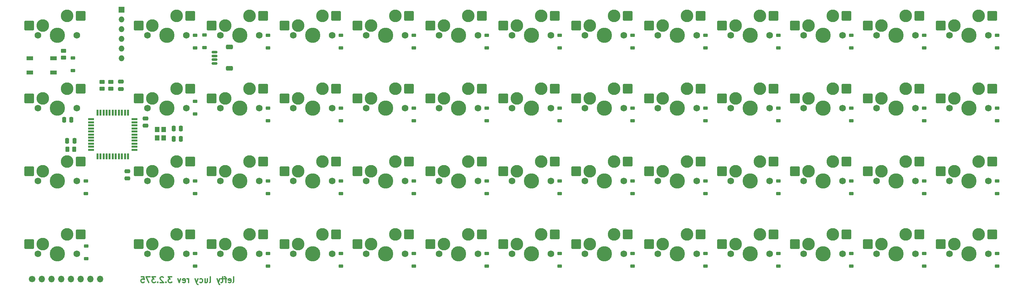
<source format=gbr>
%TF.GenerationSoftware,KiCad,Pcbnew,7.0.1-0*%
%TF.CreationDate,2023-08-02T22:09:24-05:00*%
%TF.ProjectId,pcb,7063622e-6b69-4636-9164-5f7063625858,rev?*%
%TF.SameCoordinates,Original*%
%TF.FileFunction,Soldermask,Bot*%
%TF.FilePolarity,Negative*%
%FSLAX46Y46*%
G04 Gerber Fmt 4.6, Leading zero omitted, Abs format (unit mm)*
G04 Created by KiCad (PCBNEW 7.0.1-0) date 2023-08-02 22:09:24*
%MOMM*%
%LPD*%
G01*
G04 APERTURE LIST*
G04 Aperture macros list*
%AMRoundRect*
0 Rectangle with rounded corners*
0 $1 Rounding radius*
0 $2 $3 $4 $5 $6 $7 $8 $9 X,Y pos of 4 corners*
0 Add a 4 corners polygon primitive as box body*
4,1,4,$2,$3,$4,$5,$6,$7,$8,$9,$2,$3,0*
0 Add four circle primitives for the rounded corners*
1,1,$1+$1,$2,$3*
1,1,$1+$1,$4,$5*
1,1,$1+$1,$6,$7*
1,1,$1+$1,$8,$9*
0 Add four rect primitives between the rounded corners*
20,1,$1+$1,$2,$3,$4,$5,0*
20,1,$1+$1,$4,$5,$6,$7,0*
20,1,$1+$1,$6,$7,$8,$9,0*
20,1,$1+$1,$8,$9,$2,$3,0*%
G04 Aperture macros list end*
%ADD10C,0.300000*%
%ADD11RoundRect,0.225000X0.375000X-0.225000X0.375000X0.225000X-0.375000X0.225000X-0.375000X-0.225000X0*%
%ADD12RoundRect,0.250000X-0.475000X0.250000X-0.475000X-0.250000X0.475000X-0.250000X0.475000X0.250000X0*%
%ADD13RoundRect,0.250000X-0.450000X0.262500X-0.450000X-0.262500X0.450000X-0.262500X0.450000X0.262500X0*%
%ADD14C,1.750000*%
%ADD15C,3.987800*%
%ADD16C,3.300000*%
%ADD17RoundRect,0.250000X1.025000X1.000000X-1.025000X1.000000X-1.025000X-1.000000X1.025000X-1.000000X0*%
%ADD18RoundRect,0.250000X-0.250000X-0.475000X0.250000X-0.475000X0.250000X0.475000X-0.250000X0.475000X0*%
%ADD19RoundRect,0.250000X0.450000X-0.262500X0.450000X0.262500X-0.450000X0.262500X-0.450000X-0.262500X0*%
%ADD20RoundRect,0.250000X0.250000X0.475000X-0.250000X0.475000X-0.250000X-0.475000X0.250000X-0.475000X0*%
%ADD21R,1.200000X1.400000*%
%ADD22RoundRect,0.250000X0.475000X-0.250000X0.475000X0.250000X-0.475000X0.250000X-0.475000X-0.250000X0*%
%ADD23RoundRect,0.150000X-0.625000X0.150000X-0.625000X-0.150000X0.625000X-0.150000X0.625000X0.150000X0*%
%ADD24RoundRect,0.250000X-0.650000X0.350000X-0.650000X-0.350000X0.650000X-0.350000X0.650000X0.350000X0*%
%ADD25RoundRect,0.250000X-0.262500X-0.450000X0.262500X-0.450000X0.262500X0.450000X-0.262500X0.450000X0*%
%ADD26O,1.700000X1.700000*%
%ADD27C,1.700000*%
%ADD28R,0.550000X1.500000*%
%ADD29R,1.500000X0.550000*%
%ADD30O,1.524000X1.524000*%
%ADD31R,1.524000X1.524000*%
%ADD32R,1.800000X1.100000*%
G04 APERTURE END LIST*
D10*
X77982140Y-94468928D02*
X78124997Y-94397500D01*
X78124997Y-94397500D02*
X78196426Y-94254642D01*
X78196426Y-94254642D02*
X78196426Y-92968928D01*
X76839283Y-94397500D02*
X76982140Y-94468928D01*
X76982140Y-94468928D02*
X77267855Y-94468928D01*
X77267855Y-94468928D02*
X77410712Y-94397500D01*
X77410712Y-94397500D02*
X77482140Y-94254642D01*
X77482140Y-94254642D02*
X77482140Y-93683214D01*
X77482140Y-93683214D02*
X77410712Y-93540357D01*
X77410712Y-93540357D02*
X77267855Y-93468928D01*
X77267855Y-93468928D02*
X76982140Y-93468928D01*
X76982140Y-93468928D02*
X76839283Y-93540357D01*
X76839283Y-93540357D02*
X76767855Y-93683214D01*
X76767855Y-93683214D02*
X76767855Y-93826071D01*
X76767855Y-93826071D02*
X77482140Y-93968928D01*
X76339283Y-93468928D02*
X75767855Y-93468928D01*
X76124998Y-94468928D02*
X76124998Y-93183214D01*
X76124998Y-93183214D02*
X76053569Y-93040357D01*
X76053569Y-93040357D02*
X75910712Y-92968928D01*
X75910712Y-92968928D02*
X75767855Y-92968928D01*
X75482140Y-93468928D02*
X74910712Y-93468928D01*
X75267855Y-92968928D02*
X75267855Y-94254642D01*
X75267855Y-94254642D02*
X75196426Y-94397500D01*
X75196426Y-94397500D02*
X75053569Y-94468928D01*
X75053569Y-94468928D02*
X74910712Y-94468928D01*
X74553569Y-93468928D02*
X74196426Y-94468928D01*
X73839283Y-93468928D02*
X74196426Y-94468928D01*
X74196426Y-94468928D02*
X74339283Y-94826071D01*
X74339283Y-94826071D02*
X74410712Y-94897500D01*
X74410712Y-94897500D02*
X74553569Y-94968928D01*
X71910712Y-94468928D02*
X72053569Y-94397500D01*
X72053569Y-94397500D02*
X72124998Y-94254642D01*
X72124998Y-94254642D02*
X72124998Y-92968928D01*
X70696427Y-93468928D02*
X70696427Y-94468928D01*
X71339284Y-93468928D02*
X71339284Y-94254642D01*
X71339284Y-94254642D02*
X71267855Y-94397500D01*
X71267855Y-94397500D02*
X71124998Y-94468928D01*
X71124998Y-94468928D02*
X70910712Y-94468928D01*
X70910712Y-94468928D02*
X70767855Y-94397500D01*
X70767855Y-94397500D02*
X70696427Y-94326071D01*
X69339284Y-94397500D02*
X69482141Y-94468928D01*
X69482141Y-94468928D02*
X69767855Y-94468928D01*
X69767855Y-94468928D02*
X69910712Y-94397500D01*
X69910712Y-94397500D02*
X69982141Y-94326071D01*
X69982141Y-94326071D02*
X70053569Y-94183214D01*
X70053569Y-94183214D02*
X70053569Y-93754642D01*
X70053569Y-93754642D02*
X69982141Y-93611785D01*
X69982141Y-93611785D02*
X69910712Y-93540357D01*
X69910712Y-93540357D02*
X69767855Y-93468928D01*
X69767855Y-93468928D02*
X69482141Y-93468928D01*
X69482141Y-93468928D02*
X69339284Y-93540357D01*
X68839284Y-93468928D02*
X68482141Y-94468928D01*
X68124998Y-93468928D02*
X68482141Y-94468928D01*
X68482141Y-94468928D02*
X68624998Y-94826071D01*
X68624998Y-94826071D02*
X68696427Y-94897500D01*
X68696427Y-94897500D02*
X68839284Y-94968928D01*
X66410713Y-94468928D02*
X66410713Y-93468928D01*
X66410713Y-93754642D02*
X66339284Y-93611785D01*
X66339284Y-93611785D02*
X66267856Y-93540357D01*
X66267856Y-93540357D02*
X66124998Y-93468928D01*
X66124998Y-93468928D02*
X65982141Y-93468928D01*
X64910713Y-94397500D02*
X65053570Y-94468928D01*
X65053570Y-94468928D02*
X65339285Y-94468928D01*
X65339285Y-94468928D02*
X65482142Y-94397500D01*
X65482142Y-94397500D02*
X65553570Y-94254642D01*
X65553570Y-94254642D02*
X65553570Y-93683214D01*
X65553570Y-93683214D02*
X65482142Y-93540357D01*
X65482142Y-93540357D02*
X65339285Y-93468928D01*
X65339285Y-93468928D02*
X65053570Y-93468928D01*
X65053570Y-93468928D02*
X64910713Y-93540357D01*
X64910713Y-93540357D02*
X64839285Y-93683214D01*
X64839285Y-93683214D02*
X64839285Y-93826071D01*
X64839285Y-93826071D02*
X65553570Y-93968928D01*
X64339285Y-93468928D02*
X63982142Y-94468928D01*
X63982142Y-94468928D02*
X63624999Y-93468928D01*
X62053571Y-92968928D02*
X61124999Y-92968928D01*
X61124999Y-92968928D02*
X61624999Y-93540357D01*
X61624999Y-93540357D02*
X61410714Y-93540357D01*
X61410714Y-93540357D02*
X61267857Y-93611785D01*
X61267857Y-93611785D02*
X61196428Y-93683214D01*
X61196428Y-93683214D02*
X61124999Y-93826071D01*
X61124999Y-93826071D02*
X61124999Y-94183214D01*
X61124999Y-94183214D02*
X61196428Y-94326071D01*
X61196428Y-94326071D02*
X61267857Y-94397500D01*
X61267857Y-94397500D02*
X61410714Y-94468928D01*
X61410714Y-94468928D02*
X61839285Y-94468928D01*
X61839285Y-94468928D02*
X61982142Y-94397500D01*
X61982142Y-94397500D02*
X62053571Y-94326071D01*
X60482143Y-94326071D02*
X60410714Y-94397500D01*
X60410714Y-94397500D02*
X60482143Y-94468928D01*
X60482143Y-94468928D02*
X60553571Y-94397500D01*
X60553571Y-94397500D02*
X60482143Y-94326071D01*
X60482143Y-94326071D02*
X60482143Y-94468928D01*
X59839285Y-93111785D02*
X59767857Y-93040357D01*
X59767857Y-93040357D02*
X59625000Y-92968928D01*
X59625000Y-92968928D02*
X59267857Y-92968928D01*
X59267857Y-92968928D02*
X59125000Y-93040357D01*
X59125000Y-93040357D02*
X59053571Y-93111785D01*
X59053571Y-93111785D02*
X58982142Y-93254642D01*
X58982142Y-93254642D02*
X58982142Y-93397500D01*
X58982142Y-93397500D02*
X59053571Y-93611785D01*
X59053571Y-93611785D02*
X59910714Y-94468928D01*
X59910714Y-94468928D02*
X58982142Y-94468928D01*
X58339286Y-94326071D02*
X58267857Y-94397500D01*
X58267857Y-94397500D02*
X58339286Y-94468928D01*
X58339286Y-94468928D02*
X58410714Y-94397500D01*
X58410714Y-94397500D02*
X58339286Y-94326071D01*
X58339286Y-94326071D02*
X58339286Y-94468928D01*
X57767857Y-92968928D02*
X56839285Y-92968928D01*
X56839285Y-92968928D02*
X57339285Y-93540357D01*
X57339285Y-93540357D02*
X57125000Y-93540357D01*
X57125000Y-93540357D02*
X56982143Y-93611785D01*
X56982143Y-93611785D02*
X56910714Y-93683214D01*
X56910714Y-93683214D02*
X56839285Y-93826071D01*
X56839285Y-93826071D02*
X56839285Y-94183214D01*
X56839285Y-94183214D02*
X56910714Y-94326071D01*
X56910714Y-94326071D02*
X56982143Y-94397500D01*
X56982143Y-94397500D02*
X57125000Y-94468928D01*
X57125000Y-94468928D02*
X57553571Y-94468928D01*
X57553571Y-94468928D02*
X57696428Y-94397500D01*
X57696428Y-94397500D02*
X57767857Y-94326071D01*
X56339286Y-92968928D02*
X55339286Y-92968928D01*
X55339286Y-92968928D02*
X55982143Y-94468928D01*
X54053572Y-92968928D02*
X54767858Y-92968928D01*
X54767858Y-92968928D02*
X54839286Y-93683214D01*
X54839286Y-93683214D02*
X54767858Y-93611785D01*
X54767858Y-93611785D02*
X54625001Y-93540357D01*
X54625001Y-93540357D02*
X54267858Y-93540357D01*
X54267858Y-93540357D02*
X54125001Y-93611785D01*
X54125001Y-93611785D02*
X54053572Y-93683214D01*
X54053572Y-93683214D02*
X53982143Y-93826071D01*
X53982143Y-93826071D02*
X53982143Y-94183214D01*
X53982143Y-94183214D02*
X54053572Y-94326071D01*
X54053572Y-94326071D02*
X54125001Y-94397500D01*
X54125001Y-94397500D02*
X54267858Y-94468928D01*
X54267858Y-94468928D02*
X54625001Y-94468928D01*
X54625001Y-94468928D02*
X54767858Y-94397500D01*
X54767858Y-94397500D02*
X54839286Y-94326071D01*
D11*
%TO.C,D7*%
X163368756Y-33075000D03*
X163368756Y-29775000D03*
%TD*%
D12*
%TO.C,C4*%
X55175000Y-51550000D03*
X55175000Y-53450000D03*
%TD*%
D13*
%TO.C,RSW1*%
X33737496Y-33837500D03*
X33737496Y-35662500D03*
%TD*%
D11*
%TO.C,D8*%
X182418756Y-33075000D03*
X182418756Y-29775000D03*
%TD*%
%TO.C,D14*%
X36187496Y-39050000D03*
X36187496Y-35750000D03*
%TD*%
D14*
%TO.C,MX42*%
X84851942Y-86915698D03*
D15*
X79771942Y-86915698D03*
D14*
X74691942Y-86915698D03*
D16*
X75961942Y-84375698D03*
D17*
X72411942Y-84375698D03*
X85861942Y-81835698D03*
D16*
X82311942Y-81835698D03*
%TD*%
D11*
%TO.C,D35*%
X201468756Y-71200000D03*
X201468756Y-67900000D03*
%TD*%
%TO.C,D11*%
X239568756Y-33075000D03*
X239568756Y-29775000D03*
%TD*%
D13*
%TO.C,R3*%
X46075000Y-41962500D03*
X46075000Y-43787500D03*
%TD*%
D14*
%TO.C,MX9*%
X199152038Y-29765650D03*
D15*
X194072038Y-29765650D03*
D14*
X188992038Y-29765650D03*
D16*
X190262038Y-27225650D03*
D17*
X186712038Y-27225650D03*
X200162038Y-24685650D03*
D16*
X196612038Y-24685650D03*
%TD*%
D14*
%TO.C,MX3*%
X84851942Y-29765650D03*
D15*
X79771942Y-29765650D03*
D14*
X74691942Y-29765650D03*
D16*
X75961942Y-27225650D03*
D17*
X72411942Y-27225650D03*
X85861942Y-24685650D03*
D16*
X82311942Y-24685650D03*
%TD*%
D11*
%TO.C,D39*%
X277700000Y-71200000D03*
X277700000Y-67900000D03*
%TD*%
D14*
%TO.C,MX41*%
X65801926Y-86915698D03*
D15*
X60721926Y-86915698D03*
D14*
X55641926Y-86915698D03*
D16*
X56911926Y-84375698D03*
D17*
X53361926Y-84375698D03*
X66811926Y-81835698D03*
D16*
X63261926Y-81835698D03*
%TD*%
D14*
%TO.C,MX25*%
X256302086Y-48815666D03*
D15*
X251222086Y-48815666D03*
D14*
X246142086Y-48815666D03*
D16*
X247412086Y-46275666D03*
D17*
X243862086Y-46275666D03*
X257312086Y-43735666D03*
D16*
X253762086Y-43735666D03*
%TD*%
D14*
%TO.C,MX22*%
X199152038Y-48815666D03*
D15*
X194072038Y-48815666D03*
D14*
X188992038Y-48815666D03*
D16*
X190262038Y-46275666D03*
D17*
X186712038Y-46275666D03*
X200162038Y-43735666D03*
D16*
X196612038Y-43735666D03*
%TD*%
D14*
%TO.C,MX49*%
X218202054Y-86915698D03*
D15*
X213122054Y-86915698D03*
D14*
X208042054Y-86915698D03*
D16*
X209312054Y-84375698D03*
D17*
X205762054Y-84375698D03*
X219212054Y-81835698D03*
D16*
X215662054Y-81835698D03*
%TD*%
D11*
%TO.C,D46*%
X163368756Y-90200000D03*
X163368756Y-86900000D03*
%TD*%
%TO.C,D40*%
X39662496Y-88200000D03*
X39662496Y-84900000D03*
%TD*%
D14*
%TO.C,MX10*%
X218202054Y-29765650D03*
D15*
X213122054Y-29765650D03*
D14*
X208042054Y-29765650D03*
D16*
X209312054Y-27225650D03*
D17*
X205762054Y-27225650D03*
X219212054Y-24685650D03*
D16*
X215662054Y-24685650D03*
%TD*%
D18*
%TO.C,CX1*%
X62500000Y-54200000D03*
X64400000Y-54200000D03*
%TD*%
D19*
%TO.C,R2*%
X43775000Y-43787500D03*
X43775000Y-41962500D03*
%TD*%
D20*
%TO.C,C1*%
X35787496Y-51925000D03*
X33887496Y-51925000D03*
%TD*%
D11*
%TO.C,D4*%
X106218756Y-33075000D03*
X106218756Y-29775000D03*
%TD*%
D21*
%TO.C,Y1*%
X59900000Y-54475000D03*
X59900000Y-56675000D03*
X58200000Y-56675000D03*
X58200000Y-54475000D03*
%TD*%
D20*
%TO.C,C2*%
X36600000Y-57375000D03*
X34700000Y-57375000D03*
%TD*%
D14*
%TO.C,MX19*%
X142001990Y-48815666D03*
D15*
X136921990Y-48815666D03*
D14*
X131841990Y-48815666D03*
D16*
X133111990Y-46275666D03*
D17*
X129561990Y-46275666D03*
X143011990Y-43735666D03*
D16*
X139461990Y-43735666D03*
%TD*%
D11*
%TO.C,D29*%
X87168756Y-71200000D03*
X87168756Y-67900000D03*
%TD*%
D14*
%TO.C,MX21*%
X180102022Y-48815666D03*
D15*
X175022022Y-48815666D03*
D14*
X169942022Y-48815666D03*
D16*
X171212022Y-46275666D03*
D17*
X167662022Y-46275666D03*
X181112022Y-43735666D03*
D16*
X177562022Y-43735666D03*
%TD*%
D11*
%TO.C,D24*%
X239568756Y-52125000D03*
X239568756Y-48825000D03*
%TD*%
%TO.C,D31*%
X125268756Y-71200000D03*
X125268756Y-67900000D03*
%TD*%
%TO.C,D45*%
X144318756Y-90200000D03*
X144318756Y-86900000D03*
%TD*%
%TO.C,D16*%
X87168756Y-52125000D03*
X87168756Y-48825000D03*
%TD*%
%TO.C,D41*%
X68118756Y-90200000D03*
X68118756Y-86900000D03*
%TD*%
D14*
%TO.C,MX16*%
X84851942Y-48815666D03*
D15*
X79771942Y-48815666D03*
D14*
X74691942Y-48815666D03*
D16*
X75961942Y-46275666D03*
D17*
X72411942Y-46275666D03*
X85861942Y-43735666D03*
D16*
X82311942Y-43735666D03*
%TD*%
D11*
%TO.C,D13*%
X277675000Y-33075000D03*
X277675000Y-29775000D03*
%TD*%
D14*
%TO.C,MX32*%
X142001990Y-67865682D03*
D15*
X136921990Y-67865682D03*
D14*
X131841990Y-67865682D03*
D16*
X133111990Y-65325682D03*
D17*
X129561990Y-65325682D03*
X143011990Y-62785682D03*
D16*
X139461990Y-62785682D03*
%TD*%
D11*
%TO.C,D49*%
X220518756Y-90200000D03*
X220518756Y-86900000D03*
%TD*%
D14*
%TO.C,MX8*%
X180102022Y-29765650D03*
D15*
X175022022Y-29765650D03*
D14*
X169942022Y-29765650D03*
D16*
X171212022Y-27225650D03*
D17*
X167662022Y-27225650D03*
X181112022Y-24685650D03*
D16*
X177562022Y-24685650D03*
%TD*%
D11*
%TO.C,D51*%
X258625000Y-90200000D03*
X258625000Y-86900000D03*
%TD*%
%TO.C,D50*%
X239568756Y-90200000D03*
X239568756Y-86900000D03*
%TD*%
D22*
%TO.C,C5*%
X48700000Y-43825000D03*
X48700000Y-41925000D03*
%TD*%
D11*
%TO.C,D52*%
X277668748Y-90200000D03*
X277668748Y-86900000D03*
%TD*%
D14*
%TO.C,MX33*%
X161052006Y-67865682D03*
D15*
X155972006Y-67865682D03*
D14*
X150892006Y-67865682D03*
D16*
X152162006Y-65325682D03*
D17*
X148612006Y-65325682D03*
X162062006Y-62785682D03*
D16*
X158512006Y-62785682D03*
%TD*%
D11*
%TO.C,D37*%
X239568756Y-71200000D03*
X239568756Y-67900000D03*
%TD*%
%TO.C,D3*%
X87168756Y-33075000D03*
X87168756Y-29775000D03*
%TD*%
D12*
%TO.C,C3*%
X50450000Y-65350000D03*
X50450000Y-67250000D03*
%TD*%
D14*
%TO.C,MX37*%
X237252070Y-67865682D03*
D15*
X232172070Y-67865682D03*
D14*
X227092070Y-67865682D03*
D16*
X228362070Y-65325682D03*
D17*
X224812070Y-65325682D03*
X238262070Y-62785682D03*
D16*
X234712070Y-62785682D03*
%TD*%
D11*
%TO.C,D18*%
X125268756Y-52125000D03*
X125268756Y-48825000D03*
%TD*%
%TO.C,D28*%
X68118756Y-71200000D03*
X68118756Y-67900000D03*
%TD*%
D14*
%TO.C,MX34*%
X180102022Y-67865682D03*
D15*
X175022022Y-67865682D03*
D14*
X169942022Y-67865682D03*
D16*
X171212022Y-65325682D03*
D17*
X167662022Y-65325682D03*
X181112022Y-62785682D03*
D16*
X177562022Y-62785682D03*
%TD*%
D14*
%TO.C,MX28*%
X65801926Y-67865682D03*
D15*
X60721926Y-67865682D03*
D14*
X55641926Y-67865682D03*
D16*
X56911926Y-65325682D03*
D17*
X53361926Y-65325682D03*
X66811926Y-62785682D03*
D16*
X63261926Y-62785682D03*
%TD*%
D14*
%TO.C,MX47*%
X180102022Y-86915698D03*
D15*
X175022022Y-86915698D03*
D14*
X169942022Y-86915698D03*
D16*
X171212022Y-84375698D03*
D17*
X167662022Y-84375698D03*
X181112022Y-81835698D03*
D16*
X177562022Y-81835698D03*
%TD*%
D11*
%TO.C,D32*%
X144318756Y-71200000D03*
X144318756Y-67900000D03*
%TD*%
D14*
%TO.C,MX45*%
X142001990Y-86915698D03*
D15*
X136921990Y-86915698D03*
D14*
X131841990Y-86915698D03*
D16*
X133111990Y-84375698D03*
D17*
X129561990Y-84375698D03*
X143011990Y-81835698D03*
D16*
X139461990Y-81835698D03*
%TD*%
D11*
%TO.C,D5*%
X125268756Y-33075000D03*
X125268756Y-29775000D03*
%TD*%
D14*
%TO.C,MX4*%
X103901958Y-29765650D03*
D15*
X98821958Y-29765650D03*
D14*
X93741958Y-29765650D03*
D16*
X95011958Y-27225650D03*
D17*
X91461958Y-27225650D03*
X104911958Y-24685650D03*
D16*
X101361958Y-24685650D03*
%TD*%
D11*
%TO.C,D27*%
X39543748Y-71200000D03*
X39543748Y-67900000D03*
%TD*%
D14*
%TO.C,MX29*%
X84851942Y-67865682D03*
D15*
X79771942Y-67865682D03*
D14*
X74691942Y-67865682D03*
D16*
X75961942Y-65325682D03*
D17*
X72411942Y-65325682D03*
X85861942Y-62785682D03*
D16*
X82311942Y-62785682D03*
%TD*%
D14*
%TO.C,MX7*%
X161052006Y-29765650D03*
D15*
X155972006Y-29765650D03*
D14*
X150892006Y-29765650D03*
D16*
X152162006Y-27225650D03*
D17*
X148612006Y-27225650D03*
X162062006Y-24685650D03*
D16*
X158512006Y-24685650D03*
%TD*%
D11*
%TO.C,D48*%
X201468756Y-90200000D03*
X201468756Y-86900000D03*
%TD*%
%TO.C,D34*%
X182418756Y-71200000D03*
X182418756Y-67900000D03*
%TD*%
D14*
%TO.C,MX18*%
X122951974Y-48815666D03*
D15*
X117871974Y-48815666D03*
D14*
X112791974Y-48815666D03*
D16*
X114061974Y-46275666D03*
D17*
X110511974Y-46275666D03*
X123961974Y-43735666D03*
D16*
X120411974Y-43735666D03*
%TD*%
D11*
%TO.C,D20*%
X163368756Y-52125000D03*
X163368756Y-48825000D03*
%TD*%
D14*
%TO.C,MX39*%
X275352102Y-67865682D03*
D15*
X270272102Y-67865682D03*
D14*
X265192102Y-67865682D03*
D16*
X266462102Y-65325682D03*
D17*
X262912102Y-65325682D03*
X276362102Y-62785682D03*
D16*
X272812102Y-62785682D03*
%TD*%
D23*
%TO.C,J3*%
X73175000Y-34175000D03*
X73175000Y-35175000D03*
X73175000Y-36175000D03*
X73175000Y-37175000D03*
D24*
X77050000Y-32875000D03*
X77050000Y-38475000D03*
%TD*%
D14*
%TO.C,MX24*%
X237252070Y-48815666D03*
D15*
X232172070Y-48815666D03*
D14*
X227092070Y-48815666D03*
D16*
X228362070Y-46275666D03*
D17*
X224812070Y-46275666D03*
X238262070Y-43735666D03*
D16*
X234712070Y-43735666D03*
%TD*%
D11*
%TO.C,D19*%
X144318756Y-52125000D03*
X144318756Y-48825000D03*
%TD*%
D14*
%TO.C,MX43*%
X103901958Y-86915698D03*
D15*
X98821958Y-86915698D03*
D14*
X93741958Y-86915698D03*
D16*
X95011958Y-84375698D03*
D17*
X91461958Y-84375698D03*
X104911958Y-81835698D03*
D16*
X101361958Y-81835698D03*
%TD*%
D14*
%TO.C,MX13*%
X275352102Y-29765650D03*
D15*
X270272102Y-29765650D03*
D14*
X265192102Y-29765650D03*
D16*
X266462102Y-27225650D03*
D17*
X262912102Y-27225650D03*
X276362102Y-24685650D03*
D16*
X272812102Y-24685650D03*
%TD*%
D14*
%TO.C,MX6*%
X142001990Y-29765650D03*
D15*
X136921990Y-29765650D03*
D14*
X131841990Y-29765650D03*
D16*
X133111990Y-27225650D03*
D17*
X129561990Y-27225650D03*
X143011990Y-24685650D03*
D16*
X139461990Y-24685650D03*
%TD*%
D14*
%TO.C,MX36*%
X218202054Y-67865682D03*
D15*
X213122054Y-67865682D03*
D14*
X208042054Y-67865682D03*
D16*
X209312054Y-65325682D03*
D17*
X205762054Y-65325682D03*
X219212054Y-62785682D03*
D16*
X215662054Y-62785682D03*
%TD*%
D25*
%TO.C,R1*%
X34737500Y-59575000D03*
X36562500Y-59575000D03*
%TD*%
D26*
%TO.C,J5*%
X43338780Y-93575000D03*
X40798780Y-93575000D03*
X38258780Y-93575000D03*
X35718780Y-93575000D03*
X33178780Y-93575000D03*
X30638780Y-93575000D03*
X28098780Y-93575000D03*
D27*
X25558780Y-93575000D03*
%TD*%
D11*
%TO.C,D6*%
X144318756Y-33075000D03*
X144318756Y-29775000D03*
%TD*%
D14*
%TO.C,MX30*%
X103901958Y-67865682D03*
D15*
X98821958Y-67865682D03*
D14*
X93741958Y-67865682D03*
D16*
X95011958Y-65325682D03*
D17*
X91461958Y-65325682D03*
X104911958Y-62785682D03*
D16*
X101361958Y-62785682D03*
%TD*%
D11*
%TO.C,D12*%
X258625000Y-33075000D03*
X258625000Y-29775000D03*
%TD*%
%TO.C,D30*%
X106218756Y-71200000D03*
X106218756Y-67900000D03*
%TD*%
%TO.C,D2*%
X68113756Y-33075000D03*
X68113756Y-29775000D03*
%TD*%
D18*
%TO.C,CX2*%
X62500000Y-56900000D03*
X64400000Y-56900000D03*
%TD*%
D14*
%TO.C,MX35*%
X199152038Y-67865682D03*
D15*
X194072038Y-67865682D03*
D14*
X188992038Y-67865682D03*
D16*
X190262038Y-65325682D03*
D17*
X186712038Y-65325682D03*
X200162038Y-62785682D03*
D16*
X196612038Y-62785682D03*
%TD*%
D14*
%TO.C,MX15*%
X65801926Y-48815666D03*
D15*
X60721926Y-48815666D03*
D14*
X55641926Y-48815666D03*
D16*
X56911926Y-46275666D03*
D17*
X53361926Y-46275666D03*
X66811926Y-43735666D03*
D16*
X63261926Y-43735666D03*
%TD*%
D14*
%TO.C,MX48*%
X199152038Y-86915698D03*
D15*
X194072038Y-86915698D03*
D14*
X188992038Y-86915698D03*
D16*
X190262038Y-84375698D03*
D17*
X186712038Y-84375698D03*
X200162038Y-81835698D03*
D16*
X196612038Y-81835698D03*
%TD*%
D11*
%TO.C,D33*%
X163368756Y-71200000D03*
X163368756Y-67900000D03*
%TD*%
D14*
%TO.C,MX31*%
X122951974Y-67865682D03*
D15*
X117871974Y-67865682D03*
D14*
X112791974Y-67865682D03*
D16*
X114061974Y-65325682D03*
D17*
X110511974Y-65325682D03*
X123961974Y-62785682D03*
D16*
X120411974Y-62785682D03*
%TD*%
D11*
%TO.C,D22*%
X201468756Y-52125000D03*
X201468756Y-48825000D03*
%TD*%
D14*
%TO.C,MX17*%
X103901958Y-48815666D03*
D15*
X98821958Y-48815666D03*
D14*
X93741958Y-48815666D03*
D16*
X95011958Y-46275666D03*
D17*
X91461958Y-46275666D03*
X104911958Y-43735666D03*
D16*
X101361958Y-43735666D03*
%TD*%
D11*
%TO.C,D36*%
X220518756Y-71200000D03*
X220518756Y-67900000D03*
%TD*%
D14*
%TO.C,MX51*%
X256302086Y-86915698D03*
D15*
X251222086Y-86915698D03*
D14*
X246142086Y-86915698D03*
D16*
X247412086Y-84375698D03*
D17*
X243862086Y-84375698D03*
X257312086Y-81835698D03*
D16*
X253762086Y-81835698D03*
%TD*%
D28*
%TO.C,U1*%
X42600000Y-50050000D03*
X43400000Y-50050000D03*
X44200000Y-50050000D03*
X45000000Y-50050000D03*
X45800000Y-50050000D03*
X46600000Y-50050000D03*
X47400000Y-50050000D03*
X48200000Y-50050000D03*
X49000000Y-50050000D03*
X49800000Y-50050000D03*
X50600000Y-50050000D03*
D29*
X52300000Y-51750000D03*
X52300000Y-52550000D03*
X52300000Y-53350000D03*
X52300000Y-54150000D03*
X52300000Y-54950000D03*
X52300000Y-55750000D03*
X52300000Y-56550000D03*
X52300000Y-57350000D03*
X52300000Y-58150000D03*
X52300000Y-58950000D03*
X52300000Y-59750000D03*
D28*
X50600000Y-61450000D03*
X49800000Y-61450000D03*
X49000000Y-61450000D03*
X48200000Y-61450000D03*
X47400000Y-61450000D03*
X46600000Y-61450000D03*
X45800000Y-61450000D03*
X45000000Y-61450000D03*
X44200000Y-61450000D03*
X43400000Y-61450000D03*
X42600000Y-61450000D03*
D29*
X40900000Y-59750000D03*
X40900000Y-58950000D03*
X40900000Y-58150000D03*
X40900000Y-57350000D03*
X40900000Y-56550000D03*
X40900000Y-55750000D03*
X40900000Y-54950000D03*
X40900000Y-54150000D03*
X40900000Y-53350000D03*
X40900000Y-52550000D03*
X40900000Y-51750000D03*
%TD*%
D14*
%TO.C,MX44*%
X122951974Y-86915698D03*
D15*
X117871974Y-86915698D03*
D14*
X112791974Y-86915698D03*
D16*
X114061974Y-84375698D03*
D17*
X110511974Y-84375698D03*
X123961974Y-81835698D03*
D16*
X120411974Y-81835698D03*
%TD*%
D14*
%TO.C,MX27*%
X37226902Y-67865682D03*
D15*
X32146902Y-67865682D03*
D14*
X27066902Y-67865682D03*
D16*
X28336902Y-65325682D03*
D17*
X24786902Y-65325682D03*
X38236902Y-62785682D03*
D16*
X34686902Y-62785682D03*
%TD*%
D14*
%TO.C,MX40*%
X37226902Y-86915698D03*
D15*
X32146902Y-86915698D03*
D14*
X27066902Y-86915698D03*
D16*
X28336902Y-84375698D03*
D17*
X24786902Y-84375698D03*
X38236902Y-81835698D03*
D16*
X34686902Y-81835698D03*
%TD*%
D14*
%TO.C,MX12*%
X256302086Y-29765650D03*
D15*
X251222086Y-29765650D03*
D14*
X246142086Y-29765650D03*
D16*
X247412086Y-27225650D03*
D17*
X243862086Y-27225650D03*
X257312086Y-24685650D03*
D16*
X253762086Y-24685650D03*
%TD*%
D11*
%TO.C,D43*%
X106218756Y-90200000D03*
X106218756Y-86900000D03*
%TD*%
%TO.C,D47*%
X182418756Y-90200000D03*
X182418756Y-86900000D03*
%TD*%
D14*
%TO.C,MX11*%
X237252070Y-29765650D03*
D15*
X232172070Y-29765650D03*
D14*
X227092070Y-29765650D03*
D16*
X228362070Y-27225650D03*
D17*
X224812070Y-27225650D03*
X238262070Y-24685650D03*
D16*
X234712070Y-24685650D03*
%TD*%
D11*
%TO.C,D9*%
X201468756Y-33075000D03*
X201468756Y-29775000D03*
%TD*%
D14*
%TO.C,MX23*%
X218202054Y-48815666D03*
D15*
X213122054Y-48815666D03*
D14*
X208042054Y-48815666D03*
D16*
X209312054Y-46275666D03*
D17*
X205762054Y-46275666D03*
X219212054Y-43735666D03*
D16*
X215662054Y-43735666D03*
%TD*%
D14*
%TO.C,MX52*%
X275352102Y-86915698D03*
D15*
X270272102Y-86915698D03*
D14*
X265192102Y-86915698D03*
D16*
X266462102Y-84375698D03*
D17*
X262912102Y-84375698D03*
X276362102Y-81835698D03*
D16*
X272812102Y-81835698D03*
%TD*%
D11*
%TO.C,D1*%
X70575000Y-33052500D03*
X70575000Y-29752500D03*
%TD*%
%TO.C,D21*%
X182418756Y-52125000D03*
X182418756Y-48825000D03*
%TD*%
D14*
%TO.C,MX2*%
X65801926Y-29765650D03*
D15*
X60721926Y-29765650D03*
D14*
X55641926Y-29765650D03*
D16*
X56911926Y-27225650D03*
D17*
X53361926Y-27225650D03*
X66811926Y-24685650D03*
D16*
X63261926Y-24685650D03*
%TD*%
D14*
%TO.C,MX50*%
X237252070Y-86915698D03*
D15*
X232172070Y-86915698D03*
D14*
X227092070Y-86915698D03*
D16*
X228362070Y-84375698D03*
D17*
X224812070Y-84375698D03*
X238262070Y-81835698D03*
D16*
X234712070Y-81835698D03*
%TD*%
D11*
%TO.C,D38*%
X258618756Y-71200000D03*
X258618756Y-67900000D03*
%TD*%
D14*
%TO.C,MX20*%
X161052006Y-48815666D03*
D15*
X155972006Y-48815666D03*
D14*
X150892006Y-48815666D03*
D16*
X152162006Y-46275666D03*
D17*
X148612006Y-46275666D03*
X162062006Y-43735666D03*
D16*
X158512006Y-43735666D03*
%TD*%
D14*
%TO.C,MX26*%
X275352102Y-48815666D03*
D15*
X270272102Y-48815666D03*
D14*
X265192102Y-48815666D03*
D16*
X266462102Y-46275666D03*
D17*
X262912102Y-46275666D03*
X276362102Y-43735666D03*
D16*
X272812102Y-43735666D03*
%TD*%
D11*
%TO.C,D15*%
X68118756Y-50375000D03*
X68118756Y-47075000D03*
%TD*%
D14*
%TO.C,MX1*%
X37226902Y-29765650D03*
D15*
X32146902Y-29765650D03*
D14*
X27066902Y-29765650D03*
D16*
X28336902Y-27225650D03*
D17*
X24786902Y-27225650D03*
X38236902Y-24685650D03*
D16*
X34686902Y-24685650D03*
%TD*%
D30*
%TO.C,J2*%
X48900000Y-35800000D03*
X48900000Y-25640000D03*
X48900000Y-30720000D03*
X48900000Y-33260000D03*
X48900000Y-28180000D03*
D31*
X48900000Y-23100000D03*
%TD*%
D32*
%TO.C,SW1*%
X24912496Y-39525000D03*
X31112496Y-35825000D03*
X24912496Y-35825000D03*
X31112496Y-39525000D03*
%TD*%
D11*
%TO.C,D23*%
X220518756Y-52125000D03*
X220518756Y-48825000D03*
%TD*%
%TO.C,D25*%
X258625000Y-52125000D03*
X258625000Y-48825000D03*
%TD*%
%TO.C,D42*%
X87168756Y-90200000D03*
X87168756Y-86900000D03*
%TD*%
%TO.C,D26*%
X277675000Y-52125000D03*
X277675000Y-48825000D03*
%TD*%
D14*
%TO.C,MX38*%
X256302086Y-67865682D03*
D15*
X251222086Y-67865682D03*
D14*
X246142086Y-67865682D03*
D16*
X247412086Y-65325682D03*
D17*
X243862086Y-65325682D03*
X257312086Y-62785682D03*
D16*
X253762086Y-62785682D03*
%TD*%
D11*
%TO.C,D10*%
X220518756Y-33075000D03*
X220518756Y-29775000D03*
%TD*%
D14*
%TO.C,MX5*%
X122951974Y-29765650D03*
D15*
X117871974Y-29765650D03*
D14*
X112791974Y-29765650D03*
D16*
X114061974Y-27225650D03*
D17*
X110511974Y-27225650D03*
X123961974Y-24685650D03*
D16*
X120411974Y-24685650D03*
%TD*%
D11*
%TO.C,D44*%
X125268756Y-90200000D03*
X125268756Y-86900000D03*
%TD*%
%TO.C,D17*%
X106218756Y-52125000D03*
X106218756Y-48825000D03*
%TD*%
D14*
%TO.C,MX46*%
X161052006Y-86915698D03*
D15*
X155972006Y-86915698D03*
D14*
X150892006Y-86915698D03*
D16*
X152162006Y-84375698D03*
D17*
X148612006Y-84375698D03*
X162062006Y-81835698D03*
D16*
X158512006Y-81835698D03*
%TD*%
D14*
%TO.C,MX14*%
X37226902Y-48815666D03*
D15*
X32146902Y-48815666D03*
D14*
X27066902Y-48815666D03*
D16*
X28336902Y-46275666D03*
D17*
X24786902Y-46275666D03*
X38236902Y-43735666D03*
D16*
X34686902Y-43735666D03*
%TD*%
M02*

</source>
